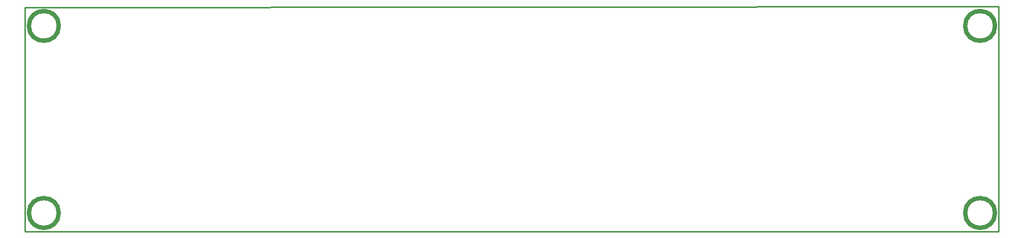
<source format=gko>
G04 Layer_Color=16711935*
%FSLAX44Y44*%
%MOMM*%
G71*
G01*
G75*
%ADD20C,0.2540*%
%ADD61C,0.7620*%
D20*
X30480Y33020D02*
X1684020D01*
X30480D02*
Y415285D01*
X1684020Y33020D02*
Y416600D01*
X30480Y415285D02*
X1684020Y416600D01*
D61*
X87630Y383540D02*
G03*
X87630Y383540I-25400J0D01*
G01*
Y64770D02*
G03*
X87630Y64770I-25400J0D01*
G01*
X1677670D02*
G03*
X1677670Y64770I-25400J0D01*
G01*
Y383540D02*
G03*
X1677670Y383540I-25400J0D01*
G01*
M02*

</source>
